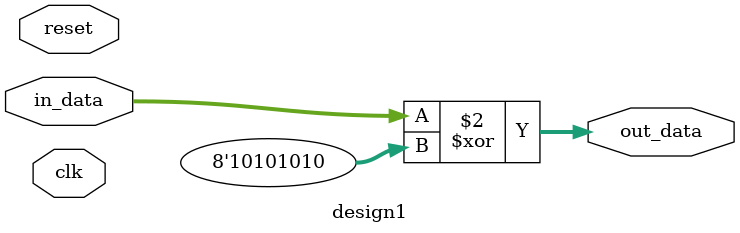
<source format=sv>
module design1 (
    input  logic clk,
    input  logic reset,
    input  logic [7:0] in_data,
    output logic [7:0] out_data
);

    always_comb begin
        out_data = in_data ^ 8'hAA;  // Simple XOR operation
    end

endmodule
</source>
